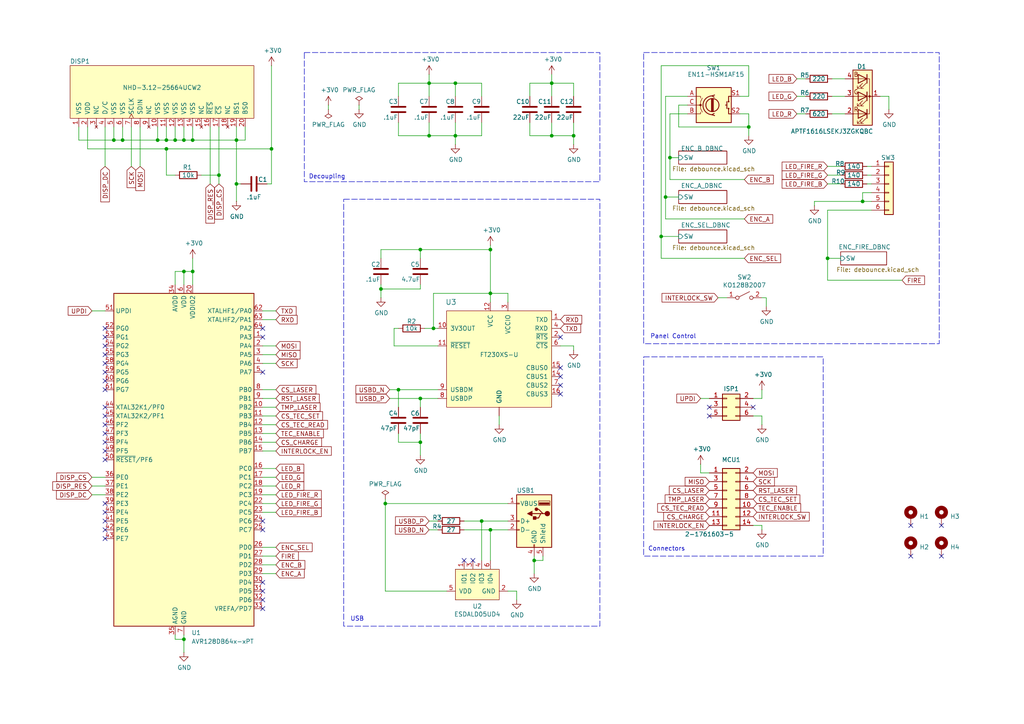
<source format=kicad_sch>
(kicad_sch (version 20231120) (generator "eeschema") (generator_version "8.0")
  (paper "A4")
  (title_block (title "Laser Control Board") (date "2024-03-30") (rev "2.0") (company "Brian Pepin"))
  (junction (at 55.88 40.64))
  (junction (at 110.49 83.82))
  (junction (at 139.7 151.13))
  (junction (at 217.17 36.83))
  (junction (at 121.92 128.27))
  (junction (at 63.5 50.8))
  (junction (at 121.92 72.39))
  (junction (at 35.56 40.64))
  (junction (at 68.58 40.64))
  (junction (at 250.19 58.42))
  (junction (at 132.08 24.13))
  (junction (at 53.34 78.74))
  (junction (at 142.24 153.67))
  (junction (at 240.03 74.93))
  (junction (at 78.74 43.18))
  (junction (at 160.02 39.37))
  (junction (at 111.76 146.05))
  (junction (at 50.8 40.64))
  (junction (at 53.34 185.42))
  (junction (at 53.34 40.64))
  (junction (at 121.92 115.57))
  (junction (at 55.88 78.74))
  (junction (at 48.26 43.18))
  (junction (at 48.26 40.64))
  (junction (at 142.24 72.39))
  (junction (at 124.46 39.37))
  (junction (at 160.02 24.13))
  (junction (at 68.58 53.34))
  (junction (at 33.02 40.64))
  (junction (at 132.08 39.37))
  (junction (at 154.94 162.56))
  (junction (at 115.57 113.03))
  (junction (at 124.46 24.13))
  (junction (at 125.73 95.25))
  (junction (at 194.31 45.72))
  (junction (at 166.37 39.37))
  (junction (at 45.72 40.64))
  (junction (at 142.24 85.09))
  (junction (at 193.04 57.15))
  (junction (at 191.77 68.58))
  (no_connect (at 30.48 105.41))
  (no_connect (at 76.2 176.53))
  (no_connect (at 205.74 120.65))
  (no_connect (at 30.48 102.87))
  (no_connect (at 273.05 152.4))
  (no_connect (at 162.56 111.76))
  (no_connect (at 30.48 151.13))
  (no_connect (at 134.62 162.56))
  (no_connect (at 30.48 123.19))
  (no_connect (at 137.16 162.56))
  (no_connect (at 30.48 148.59))
  (no_connect (at 162.56 109.22))
  (no_connect (at 30.48 110.49))
  (no_connect (at 30.48 125.73))
  (no_connect (at 30.48 153.67))
  (no_connect (at 264.16 161.29))
  (no_connect (at 76.2 107.95))
  (no_connect (at 76.2 171.45))
  (no_connect (at 76.2 97.79))
  (no_connect (at 30.48 120.65))
  (no_connect (at 30.48 113.03))
  (no_connect (at 76.2 173.99))
  (no_connect (at 30.48 107.95))
  (no_connect (at 30.48 156.21))
  (no_connect (at 218.44 118.11))
  (no_connect (at 273.05 161.29))
  (no_connect (at 30.48 130.81))
  (no_connect (at 264.16 152.4))
  (no_connect (at 76.2 151.13))
  (no_connect (at 162.56 114.3))
  (no_connect (at 30.48 97.79))
  (no_connect (at 30.48 146.05))
  (no_connect (at 76.2 168.91))
  (no_connect (at 76.2 95.25))
  (no_connect (at 30.48 128.27))
  (no_connect (at 30.48 100.33))
  (no_connect (at 162.56 97.79))
  (no_connect (at 30.48 118.11))
  (no_connect (at 30.48 133.35))
  (no_connect (at 205.74 118.11))
  (no_connect (at 30.48 95.25))
  (no_connect (at 76.2 153.67))
  (no_connect (at 162.56 106.68))
  (wire (pts (xy 25.4 43.18) (xy 48.26 43.18)))
  (wire (pts (xy 60.96 36.83) (xy 60.96 53.34)))
  (wire (pts (xy 63.5 36.83) (xy 63.5 50.8)))
  (wire (pts (xy 76.2 90.17) (xy 80.01 90.17)))
  (wire (pts (xy 22.86 36.83) (xy 22.86 40.64)))
  (wire (pts (xy 196.85 36.83) (xy 217.17 36.83)))
  (wire (pts (xy 76.2 92.71) (xy 80.01 92.71)))
  (wire (pts (xy 68.58 53.34) (xy 69.85 53.34)))
  (wire (pts (xy 157.48 162.56) (xy 157.48 161.29)))
  (wire (pts (xy 231.14 27.94) (xy 233.68 27.94)))
  (wire (pts (xy 121.92 128.27) (xy 121.92 132.08)))
  (wire (pts (xy 240.03 50.8) (xy 243.84 50.8)))
  (wire (pts (xy 45.72 40.64) (xy 48.26 40.64)))
  (wire (pts (xy 191.77 68.58) (xy 191.77 74.93)))
  (wire (pts (xy 194.31 45.72) (xy 196.85 45.72)))
  (wire (pts (xy 149.86 171.45) (xy 149.86 173.99)))
  (wire (pts (xy 71.12 36.83) (xy 71.12 40.64)))
  (wire (pts (xy 53.34 185.42) (xy 53.34 189.23)))
  (wire (pts (xy 110.49 74.93) (xy 110.49 72.39)))
  (wire (pts (xy 153.67 27.94) (xy 153.67 24.13)))
  (wire (pts (xy 76.2 163.83) (xy 80.01 163.83)))
  (wire (pts (xy 199.39 33.02) (xy 194.31 33.02)))
  (wire (pts (xy 121.92 128.27) (xy 121.92 125.73)))
  (wire (pts (xy 124.46 39.37) (xy 132.08 39.37)))
  (wire (pts (xy 231.14 33.02) (xy 233.68 33.02)))
  (wire (pts (xy 76.2 105.41) (xy 80.01 105.41)))
  (wire (pts (xy 147.32 85.09) (xy 142.24 85.09)))
  (wire (pts (xy 240.03 81.28) (xy 261.62 81.28)))
  (wire (pts (xy 241.3 33.02) (xy 245.11 33.02)))
  (wire (pts (xy 30.48 143.51) (xy 26.67 143.51)))
  (wire (pts (xy 160.02 39.37) (xy 166.37 39.37)))
  (wire (pts (xy 123.19 95.25) (xy 125.73 95.25)))
  (wire (pts (xy 160.02 35.56) (xy 160.02 39.37)))
  (wire (pts (xy 132.08 24.13) (xy 139.7 24.13)))
  (wire (pts (xy 166.37 100.33) (xy 166.37 101.6)))
  (wire (pts (xy 139.7 24.13) (xy 139.7 27.94)))
  (wire (pts (xy 193.04 27.94) (xy 199.39 27.94)))
  (wire (pts (xy 55.88 74.93) (xy 55.88 78.74)))
  (wire (pts (xy 78.74 43.18) (xy 78.74 19.05)))
  (wire (pts (xy 110.49 83.82) (xy 110.49 86.36)))
  (wire (pts (xy 40.64 36.83) (xy 40.64 48.26)))
  (wire (pts (xy 53.34 78.74) (xy 53.34 82.55)))
  (wire (pts (xy 48.26 50.8) (xy 48.26 43.18)))
  (wire (pts (xy 139.7 151.13) (xy 147.32 151.13)))
  (wire (pts (xy 78.74 53.34) (xy 77.47 53.34)))
  (wire (pts (xy 114.3 100.33) (xy 127 100.33)))
  (wire (pts (xy 55.88 78.74) (xy 55.88 82.55)))
  (wire (pts (xy 257.81 27.94) (xy 257.81 31.75)))
  (wire (pts (xy 76.2 135.89) (xy 80.01 135.89)))
  (wire (pts (xy 110.49 83.82) (xy 121.92 83.82)))
  (wire (pts (xy 240.03 74.93) (xy 243.84 74.93)))
  (wire (pts (xy 240.03 60.96) (xy 252.73 60.96)))
  (wire (pts (xy 193.04 57.15) (xy 193.04 63.5)))
  (wire (pts (xy 124.46 153.67) (xy 127 153.67)))
  (wire (pts (xy 33.02 36.83) (xy 33.02 40.64)))
  (wire (pts (xy 111.76 146.05) (xy 147.32 146.05)))
  (wire (pts (xy 121.92 72.39) (xy 110.49 72.39)))
  (wire (pts (xy 115.57 35.56) (xy 115.57 39.37)))
  (wire (pts (xy 132.08 39.37) (xy 139.7 39.37)))
  (wire (pts (xy 121.92 72.39) (xy 142.24 72.39)))
  (wire (pts (xy 125.73 85.09) (xy 142.24 85.09)))
  (wire (pts (xy 217.17 36.83) (xy 217.17 39.37)))
  (wire (pts (xy 115.57 113.03) (xy 127 113.03)))
  (wire (pts (xy 154.94 162.56) (xy 157.48 162.56)))
  (wire (pts (xy 76.2 113.03) (xy 80.01 113.03)))
  (wire (pts (xy 104.14 30.48) (xy 104.14 31.75)))
  (wire (pts (xy 160.02 24.13) (xy 166.37 24.13)))
  (wire (pts (xy 240.03 74.93) (xy 240.03 81.28)))
  (wire (pts (xy 245.11 22.86) (xy 241.3 22.86)))
  (wire (pts (xy 132.08 35.56) (xy 132.08 39.37)))
  (wire (pts (xy 240.03 48.26) (xy 243.84 48.26)))
  (wire (pts (xy 214.63 27.94) (xy 217.17 27.94)))
  (wire (pts (xy 30.48 36.83) (xy 30.48 48.26)))
  (wire (pts (xy 220.98 120.65) (xy 218.44 120.65)))
  (wire (pts (xy 134.62 153.67) (xy 142.24 153.67)))
  (wire (pts (xy 124.46 35.56) (xy 124.46 39.37)))
  (wire (pts (xy 25.4 36.83) (xy 25.4 43.18)))
  (wire (pts (xy 76.2 148.59) (xy 80.01 148.59)))
  (wire (pts (xy 153.67 35.56) (xy 153.67 39.37)))
  (wire (pts (xy 76.2 115.57) (xy 80.01 115.57)))
  (wire (pts (xy 76.2 100.33) (xy 80.01 100.33)))
  (wire (pts (xy 68.58 40.64) (xy 68.58 53.34)))
  (wire (pts (xy 121.92 83.82) (xy 121.92 82.55)))
  (wire (pts (xy 222.25 86.36) (xy 222.25 88.9)))
  (wire (pts (xy 127 115.57) (xy 121.92 115.57)))
  (wire (pts (xy 218.44 152.4) (xy 220.98 152.4)))
  (wire (pts (xy 124.46 21.59) (xy 124.46 24.13)))
  (wire (pts (xy 55.88 36.83) (xy 55.88 40.64)))
  (wire (pts (xy 194.31 52.07) (xy 215.9 52.07)))
  (wire (pts (xy 111.76 144.78) (xy 111.76 146.05)))
  (wire (pts (xy 76.2 138.43) (xy 80.01 138.43)))
  (wire (pts (xy 76.2 140.97) (xy 80.01 140.97)))
  (wire (pts (xy 217.17 36.83) (xy 217.17 33.02)))
  (wire (pts (xy 76.2 143.51) (xy 80.01 143.51)))
  (wire (pts (xy 50.8 184.15) (xy 50.8 185.42)))
  (wire (pts (xy 50.8 36.83) (xy 50.8 40.64)))
  (wire (pts (xy 45.72 36.83) (xy 45.72 40.64)))
  (wire (pts (xy 144.78 120.65) (xy 144.78 123.19)))
  (wire (pts (xy 48.26 36.83) (xy 48.26 40.64)))
  (wire (pts (xy 121.92 118.11) (xy 121.92 115.57)))
  (wire (pts (xy 76.2 161.29) (xy 80.01 161.29)))
  (wire (pts (xy 124.46 24.13) (xy 132.08 24.13)))
  (wire (pts (xy 115.57 128.27) (xy 121.92 128.27)))
  (wire (pts (xy 68.58 40.64) (xy 71.12 40.64)))
  (wire (pts (xy 76.2 158.75) (xy 80.01 158.75)))
  (wire (pts (xy 121.92 115.57) (xy 113.03 115.57)))
  (wire (pts (xy 132.08 24.13) (xy 132.08 27.94)))
  (wire (pts (xy 205.74 137.16) (xy 203.2 137.16)))
  (wire (pts (xy 240.03 53.34) (xy 243.84 53.34)))
  (wire (pts (xy 48.26 43.18) (xy 78.74 43.18)))
  (wire (pts (xy 76.2 146.05) (xy 80.01 146.05)))
  (wire (pts (xy 147.32 171.45) (xy 149.86 171.45)))
  (wire (pts (xy 166.37 35.56) (xy 166.37 39.37)))
  (wire (pts (xy 142.24 71.12) (xy 142.24 72.39)))
  (wire (pts (xy 76.2 166.37) (xy 80.01 166.37)))
  (wire (pts (xy 194.31 45.72) (xy 194.31 52.07)))
  (wire (pts (xy 193.04 57.15) (xy 196.85 57.15)))
  (wire (pts (xy 114.3 95.25) (xy 114.3 100.33)))
  (wire (pts (xy 68.58 36.83) (xy 68.58 40.64)))
  (wire (pts (xy 76.2 102.87) (xy 80.01 102.87)))
  (wire (pts (xy 110.49 82.55) (xy 110.49 83.82)))
  (wire (pts (xy 154.94 161.29) (xy 154.94 162.56)))
  (wire (pts (xy 115.57 125.73) (xy 115.57 128.27)))
  (wire (pts (xy 78.74 53.34) (xy 78.74 43.18)))
  (wire (pts (xy 162.56 100.33) (xy 166.37 100.33)))
  (wire (pts (xy 53.34 36.83) (xy 53.34 40.64)))
  (wire (pts (xy 154.94 162.56) (xy 154.94 166.37)))
  (wire (pts (xy 58.42 50.8) (xy 63.5 50.8)))
  (wire (pts (xy 142.24 153.67) (xy 147.32 153.67)))
  (wire (pts (xy 76.2 118.11) (xy 80.01 118.11)))
  (wire (pts (xy 50.8 50.8) (xy 48.26 50.8)))
  (wire (pts (xy 134.62 151.13) (xy 139.7 151.13)))
  (wire (pts (xy 203.2 134.62) (xy 203.2 137.16)))
  (wire (pts (xy 113.03 113.03) (xy 115.57 113.03)))
  (wire (pts (xy 250.19 55.88) (xy 250.19 58.42)))
  (wire (pts (xy 191.77 19.05) (xy 191.77 68.58)))
  (wire (pts (xy 193.04 27.94) (xy 193.04 57.15)))
  (wire (pts (xy 132.08 39.37) (xy 132.08 41.91)))
  (wire (pts (xy 115.57 39.37) (xy 124.46 39.37)))
  (wire (pts (xy 76.2 123.19) (xy 80.01 123.19)))
  (wire (pts (xy 255.27 27.94) (xy 257.81 27.94)))
  (wire (pts (xy 236.22 58.42) (xy 250.19 58.42)))
  (wire (pts (xy 217.17 19.05) (xy 191.77 19.05)))
  (wire (pts (xy 142.24 153.67) (xy 142.24 162.56)))
  (wire (pts (xy 115.57 95.25) (xy 114.3 95.25)))
  (wire (pts (xy 115.57 24.13) (xy 124.46 24.13)))
  (wire (pts (xy 35.56 36.83) (xy 35.56 40.64)))
  (wire (pts (xy 231.14 22.86) (xy 233.68 22.86)))
  (wire (pts (xy 153.67 24.13) (xy 160.02 24.13)))
  (wire (pts (xy 191.77 68.58) (xy 196.85 68.58)))
  (wire (pts (xy 217.17 27.94) (xy 217.17 19.05)))
  (wire (pts (xy 252.73 55.88) (xy 250.19 55.88)))
  (wire (pts (xy 38.1 36.83) (xy 38.1 48.26)))
  (wire (pts (xy 240.03 60.96) (xy 240.03 74.93)))
  (wire (pts (xy 196.85 30.48) (xy 196.85 36.83)))
  (wire (pts (xy 217.17 33.02) (xy 214.63 33.02)))
  (wire (pts (xy 166.37 24.13) (xy 166.37 27.94)))
  (wire (pts (xy 26.67 138.43) (xy 30.48 138.43)))
  (wire (pts (xy 76.2 125.73) (xy 80.01 125.73)))
  (wire (pts (xy 125.73 85.09) (xy 125.73 95.25)))
  (wire (pts (xy 55.88 78.74) (xy 53.34 78.74)))
  (wire (pts (xy 241.3 27.94) (xy 245.11 27.94)))
  (wire (pts (xy 33.02 40.64) (xy 35.56 40.64)))
  (wire (pts (xy 220.98 152.4) (xy 220.98 153.67)))
  (wire (pts (xy 210.82 86.36) (xy 208.28 86.36)))
  (wire (pts (xy 68.58 58.42) (xy 68.58 53.34)))
  (wire (pts (xy 194.31 33.02) (xy 194.31 45.72)))
  (wire (pts (xy 129.54 171.45) (xy 111.76 171.45)))
  (wire (pts (xy 236.22 58.42) (xy 236.22 59.69)))
  (wire (pts (xy 127 95.25) (xy 125.73 95.25)))
  (wire (pts (xy 55.88 40.64) (xy 68.58 40.64)))
  (wire (pts (xy 95.25 30.48) (xy 95.25 31.75)))
  (wire (pts (xy 76.2 130.81) (xy 80.01 130.81)))
  (wire (pts (xy 50.8 40.64) (xy 53.34 40.64)))
  (wire (pts (xy 76.2 128.27) (xy 80.01 128.27)))
  (wire (pts (xy 193.04 63.5) (xy 215.9 63.5)))
  (wire (pts (xy 50.8 78.74) (xy 53.34 78.74)))
  (wire (pts (xy 147.32 87.63) (xy 147.32 85.09)))
  (wire (pts (xy 22.86 40.64) (xy 33.02 40.64)))
  (wire (pts (xy 220.98 86.36) (xy 222.25 86.36)))
  (wire (pts (xy 191.77 74.93) (xy 215.9 74.93)))
  (wire (pts (xy 53.34 40.64) (xy 55.88 40.64)))
  (wire (pts (xy 203.2 115.57) (xy 205.74 115.57)))
  (wire (pts (xy 26.67 90.17) (xy 30.48 90.17)))
  (wire (pts (xy 115.57 24.13) (xy 115.57 27.94)))
  (wire (pts (xy 124.46 24.13) (xy 124.46 27.94)))
  (wire (pts (xy 153.67 39.37) (xy 160.02 39.37)))
  (wire (pts (xy 63.5 50.8) (xy 63.5 53.34)))
  (wire (pts (xy 218.44 115.57) (xy 220.98 115.57)))
  (wire (pts (xy 142.24 72.39) (xy 142.24 85.09)))
  (wire (pts (xy 111.76 171.45) (xy 111.76 146.05)))
  (wire (pts (xy 251.46 48.26) (xy 252.73 48.26)))
  (wire (pts (xy 48.26 40.64) (xy 50.8 40.64)))
  (wire (pts (xy 115.57 118.11) (xy 115.57 113.03)))
  (wire (pts (xy 252.73 50.8) (xy 251.46 50.8)))
  (wire (pts (xy 124.46 151.13) (xy 127 151.13)))
  (wire (pts (xy 142.24 85.09) (xy 142.24 87.63)))
  (wire (pts (xy 160.02 21.59) (xy 160.02 24.13)))
  (wire (pts (xy 121.92 72.39) (xy 121.92 74.93)))
  (wire (pts (xy 139.7 39.37) (xy 139.7 35.56)))
  (wire (pts (xy 220.98 113.03) (xy 220.98 115.57)))
  (wire (pts (xy 50.8 82.55) (xy 50.8 78.74)))
  (wire (pts (xy 160.02 24.13) (xy 160.02 27.94)))
  (wire (pts (xy 76.2 120.65) (xy 80.01 120.65)))
  (wire (pts (xy 199.39 30.48) (xy 196.85 30.48)))
  (wire (pts (xy 35.56 40.64) (xy 45.72 40.64)))
  (wire (pts (xy 220.98 123.19) (xy 220.98 120.65)))
  (wire (pts (xy 50.8 185.42) (xy 53.34 185.42)))
  (wire (pts (xy 139.7 151.13) (xy 139.7 162.56)))
  (wire (pts (xy 30.48 140.97) (xy 26.67 140.97)))
  (wire (pts (xy 53.34 184.15) (xy 53.34 185.42)))
  (wire (pts (xy 250.19 58.42) (xy 252.73 58.42)))
  (wire (pts (xy 166.37 39.37) (xy 166.37 41.91)))
  (wire (pts (xy 252.73 53.34) (xy 251.46 53.34)))
  (rectangle (start 186.69 15.24) (end 272.415 99.695) (stroke (width 0) (type dash)))
  (rectangle (start 186.69 103.505) (end 238.76 161.29) (stroke (width 0) (type dash)))
  (rectangle (start 99.695 57.785) (end 173.99 181.61) (stroke (width 0) (type dash)))
  (rectangle (start 88.265 15.24) (end 173.99 52.705) (stroke (width 0) (type dash)))
  (text "USB" (at 101.6 180.34 0) (effects (font (size 1.27 1.27)) (justify left bottom)))
  (text "Connectors" (at 187.96 160.02 0) (effects (font (size 1.27 1.27)) (justify left bottom)))
  (text "Panel Control" (at 188.595 98.425 0) (effects (font (size 1.27 1.27)) (justify left bottom)))
  (text "Decoupling" (at 89.535 52.07 0) (effects (font (size 1.27 1.27)) (justify left bottom)))
  (global_label "INTERLOCK_SW" (shape input) (at 218.44 149.86 0) (property "Intersheetrefs" "${INTERSHEET_REFS}" (effects (hide yes))))
  (global_label "MOSI" (shape input) (at 80.01 100.33 0) (property "Intersheetrefs" "${INTERSHEET_REFS}" (effects (hide yes))))
  (global_label "FIRE" (shape input) (at 80.01 161.29 0) (property "Intersheetrefs" "${INTERSHEET_REFS}" (effects (hide yes))))
  (global_label "TMP_LASER" (shape input) (at 80.01 118.11 0) (property "Intersheetrefs" "${INTERSHEET_REFS}" (effects (hide yes))))
  (global_label "LED_FIRE_R" (shape input) (at 80.01 143.51 0) (property "Intersheetrefs" "${INTERSHEET_REFS}" (effects (hide yes))))
  (global_label "LED_FIRE_B" (shape input) (at 80.01 148.59 0) (property "Intersheetrefs" "${INTERSHEET_REFS}" (effects (hide yes))))
  (global_label "SCK" (shape input) (at 218.44 139.7 0) (property "Intersheetrefs" "${INTERSHEET_REFS}" (effects (hide yes))))
  (global_label "LED_FIRE_G" (shape input) (at 80.01 146.05 0) (property "Intersheetrefs" "${INTERSHEET_REFS}" (effects (hide yes))))
  (global_label "CS_TEC_READ" (shape input) (at 205.74 147.32 180) (property "Intersheetrefs" "${INTERSHEET_REFS}" (effects (hide yes))))
  (global_label "LED_B" (shape input) (at 231.14 22.86 180) (property "Intersheetrefs" "${INTERSHEET_REFS}" (effects (hide yes))))
  (global_label "CS_LASER" (shape input) (at 205.74 142.24 180) (property "Intersheetrefs" "${INTERSHEET_REFS}" (effects (hide yes))))
  (global_label "INTERLOCK_EN" (shape input) (at 80.01 130.81 0) (property "Intersheetrefs" "${INTERSHEET_REFS}" (effects (hide yes))))
  (global_label "LED_FIRE_B" (shape input) (at 240.03 53.34 180) (property "Intersheetrefs" "${INTERSHEET_REFS}" (effects (hide yes))))
  (global_label "USBD_P" (shape input) (at 113.03 115.57 180) (property "Intersheetrefs" "${INTERSHEET_REFS}" (effects (hide yes))))
  (global_label "ENC_SEL" (shape input) (at 80.01 158.75 0) (property "Intersheetrefs" "${INTERSHEET_REFS}" (effects (hide yes))))
  (global_label "LED_G" (shape input) (at 231.14 27.94 180) (property "Intersheetrefs" "${INTERSHEET_REFS}" (effects (hide yes))))
  (global_label "RST_LASER" (shape input) (at 80.01 115.57 0) (property "Intersheetrefs" "${INTERSHEET_REFS}" (effects (hide yes))))
  (global_label "MOSI" (shape input) (at 40.64 48.26 270) (property "Intersheetrefs" "${INTERSHEET_REFS}" (effects (hide yes))))
  (global_label "CS_TEC_SET" (shape input) (at 218.44 144.78 0) (property "Intersheetrefs" "${INTERSHEET_REFS}" (effects (hide yes))))
  (global_label "UPDI" (shape input) (at 26.67 90.17 180) (property "Intersheetrefs" "${INTERSHEET_REFS}" (effects (hide yes))))
  (global_label "LED_FIRE_R" (shape input) (at 240.03 48.26 180) (property "Intersheetrefs" "${INTERSHEET_REFS}" (effects (hide yes))))
  (global_label "SCK" (shape input) (at 80.01 105.41 0) (property "Intersheetrefs" "${INTERSHEET_REFS}" (effects (hide yes))))
  (global_label "CS_TEC_SET" (shape input) (at 80.01 120.65 0) (property "Intersheetrefs" "${INTERSHEET_REFS}" (effects (hide yes))))
  (global_label "CS_CHARGE" (shape input) (at 205.74 149.86 180) (property "Intersheetrefs" "${INTERSHEET_REFS}" (effects (hide yes))))
  (global_label "USBD_N" (shape input) (at 113.03 113.03 180) (property "Intersheetrefs" "${INTERSHEET_REFS}" (effects (hide yes))))
  (global_label "FIRE" (shape input) (at 261.62 81.28 0) (property "Intersheetrefs" "${INTERSHEET_REFS}" (effects (hide yes))))
  (global_label "TXD" (shape input) (at 80.01 90.17 0) (property "Intersheetrefs" "${INTERSHEET_REFS}" (effects (hide yes))))
  (global_label "DISP_CS" (shape input) (at 63.5 53.34 270) (property "Intersheetrefs" "${INTERSHEET_REFS}" (effects (hide yes))))
  (global_label "TMP_LASER" (shape input) (at 205.74 144.78 180) (property "Intersheetrefs" "${INTERSHEET_REFS}" (effects (hide yes))))
  (global_label "DISP_RES" (shape input) (at 26.67 140.97 180) (property "Intersheetrefs" "${INTERSHEET_REFS}" (effects (hide yes))))
  (global_label "ENC_A" (shape input) (at 215.9 63.5 0) (property "Intersheetrefs" "${INTERSHEET_REFS}" (effects (hide yes))))
  (global_label "CS_CHARGE" (shape input) (at 80.01 128.27 0) (property "Intersheetrefs" "${INTERSHEET_REFS}" (effects (hide yes))))
  (global_label "TXD" (shape input) (at 162.56 95.25 0) (property "Intersheetrefs" "${INTERSHEET_REFS}" (effects (hide yes))))
  (global_label "LED_R" (shape input) (at 80.01 140.97 0) (property "Intersheetrefs" "${INTERSHEET_REFS}" (effects (hide yes))))
  (global_label "INTERLOCK_SW" (shape input) (at 208.28 86.36 180) (property "Intersheetrefs" "${INTERSHEET_REFS}" (effects (hide yes))))
  (global_label "ENC_A" (shape input) (at 80.01 166.37 0) (property "Intersheetrefs" "${INTERSHEET_REFS}" (effects (hide yes))))
  (global_label "LED_FIRE_G" (shape input) (at 240.03 50.8 180) (property "Intersheetrefs" "${INTERSHEET_REFS}" (effects (hide yes))))
  (global_label "RXD" (shape input) (at 80.01 92.71 0) (property "Intersheetrefs" "${INTERSHEET_REFS}" (effects (hide yes))))
  (global_label "DISP_CS" (shape input) (at 26.67 138.43 180) (property "Intersheetrefs" "${INTERSHEET_REFS}" (effects (hide yes))))
  (global_label "RXD" (shape input) (at 162.56 92.71 0) (property "Intersheetrefs" "${INTERSHEET_REFS}" (effects (hide yes))))
  (global_label "CS_LASER" (shape input) (at 80.01 113.03 0) (property "Intersheetrefs" "${INTERSHEET_REFS}" (effects (hide yes))))
  (global_label "DISP_RES" (shape input) (at 60.96 53.34 270) (property "Intersheetrefs" "${INTERSHEET_REFS}" (effects (hide yes))))
  (global_label "LED_B" (shape input) (at 80.01 135.89 0) (property "Intersheetrefs" "${INTERSHEET_REFS}" (effects (hide yes))))
  (global_label "MOSI" (shape input) (at 218.44 137.16 0) (property "Intersheetrefs" "${INTERSHEET_REFS}" (effects (hide yes))))
  (global_label "SCK" (shape input) (at 38.1 48.26 270) (property "Intersheetrefs" "${INTERSHEET_REFS}" (effects (hide yes))))
  (global_label "USBD_P" (shape input) (at 124.46 151.13 180) (property "Intersheetrefs" "${INTERSHEET_REFS}" (effects (hide yes))))
  (global_label "MISO" (shape input) (at 205.74 139.7 180) (property "Intersheetrefs" "${INTERSHEET_REFS}" (effects (hide yes))))
  (global_label "ENC_B" (shape input) (at 80.01 163.83 0) (property "Intersheetrefs" "${INTERSHEET_REFS}" (effects (hide yes))))
  (global_label "TEC_ENABLE" (shape input) (at 218.44 147.32 0) (property "Intersheetrefs" "${INTERSHEET_REFS}" (effects (hide yes))))
  (global_label "DISP_DC" (shape input) (at 30.48 48.26 270) (property "Intersheetrefs" "${INTERSHEET_REFS}" (effects (hide yes))))
  (global_label "ENC_B" (shape input) (at 215.9 52.07 0) (property "Intersheetrefs" "${INTERSHEET_REFS}" (effects (hide yes))))
  (global_label "DISP_DC" (shape input) (at 26.67 143.51 180) (property "Intersheetrefs" "${INTERSHEET_REFS}" (effects (hide yes))))
  (global_label "USBD_N" (shape input) (at 124.46 153.67 180) (property "Intersheetrefs" "${INTERSHEET_REFS}" (effects (hide yes))))
  (global_label "LED_G" (shape input) (at 80.01 138.43 0) (property "Intersheetrefs" "${INTERSHEET_REFS}" (effects (hide yes))))
  (global_label "MISO" (shape input) (at 80.01 102.87 0) (property "Intersheetrefs" "${INTERSHEET_REFS}" (effects (hide yes))))
  (global_label "CS_TEC_READ" (shape input) (at 80.01 123.19 0) (property "Intersheetrefs" "${INTERSHEET_REFS}" (effects (hide yes))))
  (global_label "RST_LASER" (shape input) (at 218.44 142.24 0) (property "Intersheetrefs" "${INTERSHEET_REFS}" (effects (hide yes))))
  (global_label "UPDI" (shape input) (at 203.2 115.57 180) (property "Intersheetrefs" "${INTERSHEET_REFS}" (effects (hide yes))))
  (global_label "INTERLOCK_EN" (shape input) (at 205.74 152.4 180) (property "Intersheetrefs" "${INTERSHEET_REFS}" (effects (hide yes))))
  (global_label "ENC_SEL" (shape input) (at 215.9 74.93 0) (property "Intersheetrefs" "${INTERSHEET_REFS}" (effects (hide yes))))
  (global_label "LED_R" (shape input) (at 231.14 33.02 180) (property "Intersheetrefs" "${INTERSHEET_REFS}" (effects (hide yes))))
  (global_label "TEC_ENABLE" (shape input) (at 80.01 125.73 0) (property "Intersheetrefs" "${INTERSHEET_REFS}" (effects (hide yes))))
  (symbol (lib_id "power:GND") (at 68.58 58.42 0) (unit 1)
    (property "Reference" "#PWR03" (effects (hide yes)))
    (property "Value" "GND" (at 68.707 62.8142 0))
    (property "Description" "Power symbol creates a global label with name \"GND\" , ground" (effects (hide yes)))
  )
  (symbol (lib_id "power:+3V0") (at 78.74 19.05 0) (unit 1)
    (property "Reference" "#PWR04" (effects (hide yes)))
    (property "Value" "+3V0" (at 79.121 14.6558 0))
    (property "Description" "Power symbol creates a global label with name \"+3V0\"" (effects (hide yes)))
  )
  (symbol (lib_id "Device:C") (at 73.66 53.34 90) (unit 1)
    (property "Reference" "C1" (at 76.2 52.07 90))
    (property "Value" ".1uF" (at 73.66 57.15 90))
    (property "Footprint" "Capacitor_SMD:C_0805_2012Metric" (effects (hide yes)))
    (property "Product Number" "CGA4J2X8R1H104K125AE" (effects (hide yes)))
  )
  (symbol (lib_id "Switch:SW_SPST") (at 215.9 86.36 0) (unit 1)
    (property "Reference" "SW2" (at 215.9 80.391 0))
    (property "Value" "KO128B2007" (at 215.9 82.7024 0))
    (property "Footprint" "Connector_PinHeader_2.54mm:PinHeader_1x02_P2.54mm_Vertical" (effects (hide yes)))
    (property "Product Number" "KO128B2007" (effects (hide yes)))
  )
  (symbol (lib_id "Components:NHD-3.12-25664UCW2") (at 45.72 27.94 0) (unit 1)
    (property "Reference" "DISP1" (at 20.32 17.78 0) (effects (justify left)))
    (property "Value" "NHD-3.12-25664UCW2" (at 35.56 25.4 0) (effects (justify left)))
    (property "Footprint" "Components:NHD-3.12-25664UC" (effects (hide yes)))
    (property "Product Number" "NHD-3.12-25664UCW2" (effects (hide yes)))
  )
  (symbol (lib_id "power:GND") (at 222.25 88.9 0) (unit 1)
    (property "Reference" "#PWR023" (effects (hide yes)))
    (property "Value" "GND" (at 222.377 93.2942 0))
    (property "Description" "Power symbol creates a global label with name \"GND\" , ground" (effects (hide yes)))
  )
  (symbol (lib_id "Device:R") (at 237.49 22.86 270) (unit 1)
    (property "Reference" "R5" (at 233.426 21.844 90))
    (property "Value" "220" (at 237.49 22.86 90))
    (property "Footprint" "Resistor_SMD:R_0805_2012Metric" (effects (hide yes)))
    (property "Product Number" "ERA-6AEB221V" (effects (hide yes)))
  )
  (symbol (lib_id "power:+3V0") (at 220.98 113.03 0) (unit 1)
    (property "Reference" "#PWR020" (effects (hide yes)))
    (property "Value" "+3V0" (at 221.361 108.6358 0))
    (property "Description" "Power symbol creates a global label with name \"+3V0\"" (effects (hide yes)))
  )
  (symbol (lib_id "power:GND") (at 220.98 123.19 0) (unit 1)
    (property "Reference" "#PWR021" (effects (hide yes)))
    (property "Value" "GND" (at 221.107 127.5842 0))
    (property "Description" "Power symbol creates a global label with name \"GND\" , ground" (effects (hide yes)))
  )
  (symbol (lib_id "Device:R") (at 237.49 27.94 270) (unit 1)
    (property "Reference" "R6" (at 233.426 26.924 90))
    (property "Value" "220" (at 237.49 27.94 90))
    (property "Footprint" "Resistor_SMD:R_0805_2012Metric" (effects (hide yes)))
    (property "Product Number" "ERA-6AEB221V" (effects (hide yes)))
  )
  (symbol (lib_id "Device:R") (at 237.49 33.02 270) (unit 1)
    (property "Reference" "R7" (at 233.426 32.004 90))
    (property "Value" "620" (at 237.49 33.02 90))
    (property "Footprint" "Resistor_SMD:R_0805_2012Metric" (effects (hide yes)))
    (property "Product Number" "CR0805-FX-6200ELF" (effects (hide yes)))
  )
  (symbol (lib_id "power:GND") (at 220.98 153.67 0) (unit 1)
    (property "Reference" "#PWR022" (effects (hide yes)))
    (property "Value" "GND" (at 221.107 158.0642 0))
    (property "Description" "Power symbol creates a global label with name \"GND\" , ground" (effects (hide yes)))
  )
  (symbol (lib_id "power:+3V0") (at 203.2 134.62 0) (unit 1)
    (property "Reference" "#PWR018" (effects (hide yes)))
    (property "Value" "+3V0" (at 203.581 130.2258 0))
    (property "Description" "Power symbol creates a global label with name \"+3V0\"" (effects (hide yes)))
  )
  (symbol (lib_id "power:GND") (at 236.22 59.69 0) (unit 1)
    (property "Reference" "#PWR024" (effects (hide yes)))
    (property "Value" "GND" (at 236.347 64.0842 0))
    (property "Description" "Power symbol creates a global label with name \"GND\" , ground" (effects (hide yes)))
  )
  (symbol (lib_id "Device:RotaryEncoder_Switch") (at 207.01 30.48 0) (unit 1)
    (property "Reference" "SW1" (at 207.01 19.685 0))
    (property "Value" "EN11-HSM1AF15" (at 207.645 21.59 0))
    (property "Footprint" "Components:EN11-HSM" (effects (hide yes)))
    (property "Product Number" "EN11-HSM1AF15" (effects (hide yes)))
  )
  (symbol (lib_id "power:GND") (at 217.17 39.37 0) (unit 1)
    (property "Reference" "#PWR019" (effects (hide yes)))
    (property "Value" "GND" (at 217.297 43.7642 0))
    (property "Description" "Power symbol creates a global label with name \"GND\" , ground" (effects (hide yes)))
  )
  (symbol (lib_id "Connector_Generic:Conn_02x07_Odd_Even") (at 210.82 144.78 0) (unit 1)
    (property "Reference" "MCU1" (at 212.09 133.35 0))
    (property "Value" "2-1761603-5" (at 205.74 154.94 0))
    (property "Footprint" "Connector_IDC:IDC-Header_2x07_P2.54mm_Vertical" (effects (hide yes)))
    (property "Product Number" "2-1761603-5" (effects (hide yes)))
  )
  (symbol (lib_id "Device:C") (at 166.37 31.75 0) (unit 1)
    (property "Reference" "C12" (at 164.338 29.464 0))
    (property "Value" "22uF" (at 163.83 34.036 0))
    (property "Footprint" "Capacitor_SMD:C_1206_3216Metric" (effects (hide yes)))
    (property "Product Number" "LMJ316BB7226KLHT" (effects (hide yes)))
  )
  (symbol (lib_id "Device:C") (at 160.02 31.75 0) (unit 1)
    (property "Reference" "C11" (at 157.988 29.464 0))
    (property "Value" "22uF" (at 157.48 34.036 0))
    (property "Footprint" "Capacitor_SMD:C_1206_3216Metric" (effects (hide yes)))
    (property "Product Number" "LMJ316BB7226KLHT" (effects (hide yes)))
  )
  (symbol (lib_id "power:GND") (at 166.37 41.91 0) (unit 1)
    (property "Reference" "#PWR016" (effects (hide yes)))
    (property "Value" "GND" (at 166.497 46.3042 0))
    (property "Description" "Power symbol creates a global label with name \"GND\" , ground" (effects (hide yes)))
  )
  (symbol (lib_id "Device:C") (at 153.67 31.75 0) (unit 1)
    (property "Reference" "C10" (at 151.638 29.464 0))
    (property "Value" "22uF" (at 151.13 34.036 0))
    (property "Footprint" "Capacitor_SMD:C_1206_3216Metric" (effects (hide yes)))
    (property "Product Number" "LMJ316BB7226KLHT" (effects (hide yes)))
  )
  (symbol (lib_id "power:GND") (at 257.81 31.75 0) (unit 1)
    (property "Reference" "#PWR025" (effects (hide yes)))
    (property "Value" "GND" (at 257.937 36.1442 0))
    (property "Description" "Power symbol creates a global label with name \"GND\" , ground" (effects (hide yes)))
  )
  (symbol (lib_id "Connector:USB_A") (at 154.94 151.13 0) (mirror y) (unit 1)
    (property "Reference" "USB1" (at 149.86 142.24 0) (effects (justify right)))
    (property "Value" "UJ2-A-HR-G-TH" (effects (hide yes)))
    (property "Footprint" "Components:USB-A1HSW6" (effects (hide yes)))
    (property "Datasheet" " ~" (effects (hide yes)))
    (property "Product Number" "UJ2-A-HR-G-TH" (effects (hide yes)))
  )
  (symbol (lib_id "power:GND") (at 154.94 166.37 0) (unit 1)
    (property "Reference" "#PWR014" (effects (hide yes)))
    (property "Value" "GND" (at 155.067 170.7642 0))
    (property "Description" "Power symbol creates a global label with name \"GND\" , ground" (effects (hide yes)))
  )
  (symbol (lib_id "Components:FT230XSSOP16") (at 144.78 102.87 0) (unit 1)
    (property "Reference" "U3" (at 130.81 87.63 0) (effects (font (size 1.4986 1.4986))))
    (property "Value" "FT230XS-U" (at 144.78 102.87 0))
    (property "Footprint" "Package_SO:SSOP-16_3.9x4.9mm_P0.635mm" (effects (hide yes)))
    (property "Product Number" "FT230XS-U" (effects (hide yes)))
  )
  (symbol (lib_id "power:GND") (at 144.78 123.19 0) (unit 1)
    (property "Reference" "#PWR012" (effects (hide yes)))
    (property "Value" "GND" (at 144.907 127.5842 0))
    (property "Description" "Power symbol creates a global label with name \"GND\" , ground" (effects (hide yes)))
  )
  (symbol (lib_id "power:+3V0") (at 142.24 71.12 0) (unit 1)
    (property "Reference" "#PWR011" (effects (hide yes)))
    (property "Value" "+3V0" (at 142.621 66.7258 0))
    (property "Description" "Power symbol creates a global label with name \"+3V0\"" (effects (hide yes)))
  )
  (symbol (lib_id "Device:C") (at 110.49 78.74 0) (unit 1)
    (property "Reference" "C2" (at 108.966 76.708 0))
    (property "Value" ".1uF" (at 108.204 81.026 0))
    (property "Footprint" "Capacitor_SMD:C_0805_2012Metric" (effects (hide yes)))
    (property "Product Number" "CGA4J2X8R1H104K125AE" (effects (hide yes)))
  )
  (symbol (lib_id "Device:C") (at 121.92 78.74 0) (unit 1)
    (property "Reference" "C5" (at 120.396 76.708 0))
    (property "Value" "4.7uF" (at 119.126 81.026 0))
    (property "Footprint" "Capacitor_SMD:C_0805_2012Metric" (effects (hide yes)))
    (property "Product Number" "C0805C475K4RACAUTO" (effects (hide yes)))
  )
  (symbol (lib_id "power:GND") (at 110.49 86.36 0) (unit 1)
    (property "Reference" "#PWR07" (effects (hide yes)))
    (property "Value" "GND" (at 110.617 90.7542 0))
    (property "Description" "Power symbol creates a global label with name \"GND\" , ground" (effects (hide yes)))
  )
  (symbol (lib_id "Device:R") (at 119.38 95.25 90) (unit 1)
    (property "Reference" "R2" (at 119.38 93.218 90))
    (property "Value" "10k" (at 119.38 95.25 90))
    (property "Footprint" "Resistor_SMD:R_0805_2012Metric" (effects (hide yes)))
    (property "Product Number" "ERA-6AEB103V" (effects (hide yes)))
  )
  (symbol (lib_id "Device:R") (at 54.61 50.8 270) (unit 1)
    (property "Reference" "R1" (at 54.356 48.514 90))
    (property "Value" "10k" (at 54.61 50.8 90))
    (property "Footprint" "Resistor_SMD:R_0805_2012Metric" (effects (hide yes)))
    (property "Product Number" "ERA-6AEB103V" (effects (hide yes)))
  )
  (symbol (lib_id "power:GND") (at 166.37 101.6 0) (unit 1)
    (property "Reference" "#PWR017" (effects (hide yes)))
    (property "Value" "GND" (at 166.497 105.9942 0))
    (property "Description" "Power symbol creates a global label with name \"GND\" , ground" (effects (hide yes)))
  )
  (symbol (lib_id "Device:C") (at 121.92 121.92 0) (unit 1)
    (property "Reference" "C6" (at 120.396 119.888 0))
    (property "Value" "47pF" (at 119.38 124.206 0))
    (property "Footprint" "Capacitor_SMD:C_0805_2012Metric" (effects (hide yes)))
    (property "Product Number" "C0805C470J1GAC" (effects (hide yes)))
  )
  (symbol (lib_id "Device:C") (at 115.57 121.92 0) (unit 1)
    (property "Reference" "C4" (at 114.046 119.888 0))
    (property "Value" "47pF" (at 112.776 124.206 0))
    (property "Footprint" "Capacitor_SMD:C_0805_2012Metric" (effects (hide yes)))
    (property "Product Number" "C0805C470J1GAC" (effects (hide yes)))
  )
  (symbol (lib_id "Mechanical:MountingHole_Pad") (at 264.16 149.86 0) (unit 1)
    (property "Reference" "H1" (at 266.7 149.7838 0) (effects (justify left)))
    (property "Value" "MountingHole_Pad" (effects (hide yes)))
    (property "Footprint" "MountingHole:MountingHole_3mm_Pad_Via" (effects (hide yes)))
  )
  (symbol (lib_id "power:GND") (at 121.92 132.08 0) (unit 1)
    (property "Reference" "#PWR08" (effects (hide yes)))
    (property "Value" "GND" (at 122.047 136.4742 0))
    (property "Description" "Power symbol creates a global label with name \"GND\" , ground" (effects (hide yes)))
  )
  (symbol (lib_id "Mechanical:MountingHole_Pad") (at 273.05 149.86 0) (unit 1)
    (property "Reference" "H3" (at 275.59 149.7838 0) (effects (justify left)))
    (property "Value" "MountingHole_Pad" (effects (hide yes)))
    (property "Footprint" "MountingHole:MountingHole_3mm_Pad_Via" (effects (hide yes)))
  )
  (symbol (lib_id "Mechanical:MountingHole_Pad") (at 264.16 158.75 0) (unit 1)
    (property "Reference" "H2" (at 266.7 158.6738 0) (effects (justify left)))
    (property "Value" "MountingHole_Pad" (effects (hide yes)))
    (property "Footprint" "MountingHole:MountingHole_3mm_Pad_Via" (effects (hide yes)))
  )
  (symbol (lib_id "Mechanical:MountingHole_Pad") (at 273.05 158.75 0) (unit 1)
    (property "Reference" "H4" (at 275.59 158.6738 0) (effects (justify left)))
    (property "Value" "MountingHole_Pad" (effects (hide yes)))
    (property "Footprint" "MountingHole:MountingHole_3mm_Pad_Via" (effects (hide yes)))
  )
  (symbol (lib_id "power:+3V0") (at 160.02 21.59 0) (unit 1)
    (property "Reference" "#PWR015" (effects (hide yes)))
    (property "Value" "+3V0" (at 160.401 17.1958 0))
    (property "Description" "Power symbol creates a global label with name \"+3V0\"" (effects (hide yes)))
  )
  (symbol (lib_id "Components:ESDALD05UD4") (at 138.43 170.18 0) (unit 1)
    (property "Reference" "U2" (at 138.43 175.8442 0))
    (property "Value" "ESDALD05UD4" (at 138.43 178.1556 0))
    (property "Footprint" "Package_TO_SOT_SMD:SOT-23-6" (effects (hide yes)))
    (property "Product Number" "ESDALD05UD4" (effects (hide yes)))
  )
  (symbol (lib_id "power:GND") (at 149.86 173.99 0) (unit 1)
    (property "Reference" "#PWR013" (effects (hide yes)))
    (property "Value" "GND" (at 149.987 178.3842 0))
    (property "Description" "Power symbol creates a global label with name \"GND\" , ground" (effects (hide yes)))
  )
  (symbol (lib_id "Device:R") (at 130.81 151.13 270) (unit 1)
    (property "Reference" "R3" (at 126.746 150.114 90))
    (property "Value" "27" (at 130.81 151.13 90))
    (property "Footprint" "Resistor_SMD:R_0805_2012Metric" (effects (hide yes)))
    (property "Product Number" "CR0805-FX-27R0ELF" (effects (hide yes)))
  )
  (symbol (lib_id "Device:R") (at 130.81 153.67 270) (unit 1)
    (property "Reference" "R4" (at 126.746 152.654 90))
    (property "Value" "27" (at 130.81 153.67 90))
    (property "Footprint" "Resistor_SMD:R_0805_2012Metric" (effects (hide yes)))
    (property "Product Number" "CR0805-FX-27R0ELF" (effects (hide yes)))
  )
  (symbol (lib_id "power:PWR_FLAG") (at 95.25 31.75 180) (unit 1)
    (property "Reference" "#FLG01" (effects (hide yes)))
    (property "Value" "PWR_FLAG" (at 95.25 36.1442 0))
    (property "Description" "Special symbol for telling ERC where power comes from" (effects (hide yes)))
  )
  (symbol (lib_id "power:+3V0") (at 95.25 30.48 0) (unit 1)
    (property "Reference" "#PWR05" (effects (hide yes)))
    (property "Value" "+3V0" (at 95.631 26.0858 0))
    (property "Description" "Power symbol creates a global label with name \"+3V0\"" (effects (hide yes)))
  )
  (symbol (lib_id "power:PWR_FLAG") (at 104.14 30.48 0) (unit 1)
    (property "Reference" "#FLG02" (effects (hide yes)))
    (property "Value" "PWR_FLAG" (at 104.14 26.0858 0))
    (property "Description" "Special symbol for telling ERC where power comes from" (effects (hide yes)))
  )
  (symbol (lib_id "power:GND") (at 104.14 31.75 0) (unit 1)
    (property "Reference" "#PWR06" (effects (hide yes)))
    (property "Value" "GND" (at 104.267 36.1442 0))
    (property "Description" "Power symbol creates a global label with name \"GND\" , ground" (effects (hide yes)))
  )
  (symbol (lib_id "power:PWR_FLAG") (at 111.76 144.78 0) (unit 1)
    (property "Reference" "#FLG03" (effects (hide yes)))
    (property "Value" "PWR_FLAG" (at 111.76 140.3858 0))
    (property "Description" "Special symbol for telling ERC where power comes from" (effects (hide yes)))
  )
  (symbol (lib_id "MCU_Microchip_AVR_Dx:AVR128DB64x-xPT") (at 53.34 133.35 0) (unit 1)
    (property "Reference" "U1" (at 55.5341 183.515 0) (effects (justify left)))
    (property "Value" "AVR128DB64x-xPT" (at 55.5341 186.055 0) (effects (justify left)))
    (property "Footprint" "Package_QFP:TQFP-64_10x10mm_P0.5mm" (effects (hide yes)))
    (property "Datasheet" "https://ww1.microchip.com/downloads/en/DeviceDoc/AVR128DB28-32-48-64-DataSheet-DS40002247A.pdf" (effects (hide yes)))
    (property "Product Number" "AVR128DB64T-I/PT" (effects (hide yes)))
  )
  (symbol (lib_id "Device:LED_KRGB") (at 250.19 27.94 180) (unit 1)
    (property "Reference" "D1" (at 249.936 19.304 0))
    (property "Value" "APTF1616LSEKJ3ZGKQBC" (at 241.3 38.1 0))
    (property "Footprint" "Components:LED_Kingbright_KRGB_1.6x1.6mm" (effects (hide yes)))
    (property "Description" "RGB LED, cathode/red/green/blue" (effects (hide yes)))
    (property "Product Number" "APTF1616LSEKJ3ZGKQBC" (effects (hide yes)))
  )
  (symbol (lib_id "Device:R") (at 247.65 50.8 90) (unit 1)
    (property "Reference" "R9" (at 243.84 50.038 90))
    (property "Value" "140" (at 247.65 50.8 90))
    (property "Footprint" "Resistor_SMD:R_0805_2012Metric" (effects (hide yes)))
    (property "Product Number" "CRCW0805140RFKEA" (effects (hide yes)))
  )
  (symbol (lib_id "Device:C") (at 115.57 31.75 180) (unit 1)
    (property "Reference" "C3" (at 114.046 29.464 0))
    (property "Value" ".1uF" (at 113.284 34.036 0))
    (property "Footprint" "Capacitor_SMD:C_0805_2012Metric" (effects (hide yes)))
    (property "Product Number" "CGA4J2X8R1H104K125AE" (effects (hide yes)))
  )
  (symbol (lib_id "Device:R") (at 247.65 48.26 90) (unit 1)
    (property "Reference" "R8" (at 243.586 47.498 90))
    (property "Value" "140" (at 247.65 48.26 90))
    (property "Footprint" "Resistor_SMD:R_0805_2012Metric" (effects (hide yes)))
    (property "Product Number" "CRCW0805140RFKEA" (effects (hide yes)))
  )
  (symbol (lib_id "power:+3V0") (at 55.88 74.93 0) (unit 1)
    (property "Reference" "#PWR02" (effects (hide yes)))
    (property "Value" "+3V0" (at 56.261 70.5358 0))
    (property "Description" "Power symbol creates a global label with name \"+3V0\"" (effects (hide yes)))
  )
  (symbol (lib_id "Device:R") (at 247.65 53.34 90) (unit 1)
    (property "Reference" "R10" (at 243.078 52.578 90))
    (property "Value" "140" (at 247.65 53.34 90))
    (property "Footprint" "Resistor_SMD:R_0805_2012Metric" (effects (hide yes)))
    (property "Product Number" "CRCW0805140RFKEA" (effects (hide yes)))
  )
  (symbol (lib_id "power:GND") (at 53.34 189.23 0) (unit 1)
    (property "Reference" "#PWR01" (effects (hide yes)))
    (property "Value" "GND" (at 53.467 193.6242 0))
    (property "Description" "Power symbol creates a global label with name \"GND\" , ground" (effects (hide yes)))
  )
  (symbol (lib_id "Device:C") (at 124.46 31.75 180) (unit 1)
    (property "Reference" "C7" (at 122.936 29.464 0))
    (property "Value" ".1uF" (at 122.174 34.036 0))
    (property "Footprint" "Capacitor_SMD:C_0805_2012Metric" (effects (hide yes)))
    (property "Product Number" "CGA4J2X8R1H104K125AE" (effects (hide yes)))
  )
  (symbol (lib_id "power:GND") (at 132.08 41.91 0) (unit 1)
    (property "Reference" "#PWR010" (effects (hide yes)))
    (property "Value" "GND" (at 132.207 46.3042 0))
    (property "Description" "Power symbol creates a global label with name \"GND\" , ground" (effects (hide yes)))
  )
  (symbol (lib_id "Connector_Generic:Conn_01x06") (at 257.81 53.34 0) (unit 1)
    (property "Reference" "SW3" (at 255.524 45.72 0) (effects (justify left)))
    (property "Value" "Conn_01x06" (effects (hide yes)))
    (property "Footprint" "Connector_PinHeader_2.54mm:PinHeader_1x06_P2.54mm_Vertical" (effects (hide yes)))
    (property "Description" "Generic connector, single row, 01x06, script generated (kicad-library-utils/schlib/autogen/connector/)" (effects (hide yes)))
  )
  (symbol (lib_id "Connector_Generic:Conn_02x03_Odd_Even") (at 210.82 118.11 0) (unit 1)
    (property "Reference" "ISP1" (at 212.09 112.776 0))
    (property "Value" "61200621621" (effects (hide yes)))
    (property "Footprint" "Connector_IDC:IDC-Header_2x03_P2.54mm_Vertical" (effects (hide yes)))
    (property "Description" "Generic connector, double row, 02x03, odd/even pin numbering scheme (row 1 odd numbers, row 2 even numbers), script generated (kicad-library-utils/schlib/autogen/connector/)" (effects (hide yes)))
    (property "Product Number" "61200621621" (effects (hide yes)))
  )
  (symbol (lib_id "Device:C") (at 139.7 31.75 180) (unit 1)
    (property "Reference" "C9" (at 138.176 29.464 0))
    (property "Value" ".1uF" (at 137.414 34.036 0))
    (property "Footprint" "Capacitor_SMD:C_0805_2012Metric" (effects (hide yes)))
    (property "Product Number" "CGA4J2X8R1H104K125AE" (effects (hide yes)))
  )
  (symbol (lib_id "Device:C") (at 132.08 31.75 180) (unit 1)
    (property "Reference" "C8" (at 130.556 29.464 0))
    (property "Value" ".1uF" (at 129.794 34.036 0))
    (property "Footprint" "Capacitor_SMD:C_0805_2012Metric" (effects (hide yes)))
    (property "Product Number" "CGA4J2X8R1H104K125AE" (effects (hide yes)))
  )
  (symbol (lib_id "power:+3V0") (at 124.46 21.59 0) (unit 1)
    (property "Reference" "#PWR09" (effects (hide yes)))
    (property "Value" "+3V0" (at 124.841 17.1958 0))
    (property "Description" "Power symbol creates a global label with name \"+3V0\"" (effects (hide yes)))
  )
  (sheet (at 196.85 43.815) (size 13.97 3.81) (stroke (width 0.1524))
    (property "Sheetname" "ENC_B_DBNC" (at 197.485 43.815 0) (effects (justify left bottom)))
    (property "Sheetfile" "debounce.kicad_sch" (at 194.945 48.26 0) (effects (justify left top)))
    (pin "SW" input (at 196.85 45.72 180))
  )
  (sheet (at 243.84 73.025) (size 13.335 3.81) (stroke (width 0.1524))
    (property "Sheetname" "ENC_FIRE_DBNC" (at 243.205 72.39 0) (effects (justify left bottom)))
    (property "Sheetfile" "debounce.kicad_sch" (at 242.57 77.47 0) (effects (justify left top)))
    (pin "SW" input (at 243.84 74.93 180))
  )
  (sheet (at 196.85 66.675) (size 13.97 3.81) (stroke (width 0.1524))
    (property "Sheetname" "ENC_SEL_DBNC" (at 197.485 66.04 0) (effects (justify left bottom)))
    (property "Sheetfile" "debounce.kicad_sch" (at 194.945 71.12 0) (effects (justify left top)))
    (pin "SW" input (at 196.85 68.58 180))
  )
  (sheet (at 196.85 55.245) (size 13.97 3.81) (stroke (width 0.1524))
    (property "Sheetname" "ENC_A_DBNC" (at 197.485 54.61 0) (effects (justify left bottom)))
    (property "Sheetfile" "debounce.kicad_sch" (at 194.945 59.69 0) (effects (justify left top)))
    (pin "SW" input (at 196.85 57.15 180))
  )
)
</source>
